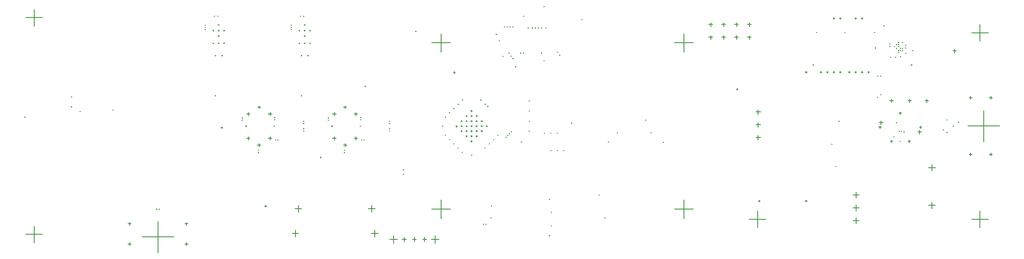
<source format=gbr>
%TF.GenerationSoftware,Altium Limited,Altium Designer,22.4.2 (48)*%
G04 Layer_Color=128*
%FSLAX26Y26*%
%MOIN*%
%TF.SameCoordinates,8C98EB32-1E12-42CD-A60B-9DA89663A72C*%
%TF.FilePolarity,Positive*%
%TF.FileFunction,Drillmap*%
%TF.Part,Single*%
G01*
G75*
%TA.AperFunction,NonConductor*%
%ADD228C,0.005000*%
D228*
X8874016Y2412992D02*
X8921260D01*
X8897638Y2389370D02*
Y2436614D01*
X8874016Y2312992D02*
X8921260D01*
X8897638Y2289370D02*
Y2336614D01*
X8874016Y2212992D02*
X8921260D01*
X8897638Y2189370D02*
Y2236614D01*
X9935039Y2731496D02*
X9958661D01*
X9946850Y2719685D02*
Y2743307D01*
X9935039Y3174016D02*
X9958661D01*
X9946850Y3162205D02*
Y3185827D01*
X9777559Y2731496D02*
X9801181D01*
X9789370Y2719685D02*
Y2743307D01*
X9777559Y3174016D02*
X9801181D01*
X9789370Y3162205D02*
Y3185827D01*
X9769685Y2952756D02*
X10013780D01*
X9891732Y2830709D02*
Y3074803D01*
X9377362Y2906299D02*
X9406890D01*
X9392126Y2891535D02*
Y2921063D01*
X9077362Y2979528D02*
X9106890D01*
X9092126Y2964764D02*
Y2994291D01*
X9163386Y2832677D02*
X9183071D01*
X9173228Y2822835D02*
Y2842520D01*
X9301181Y2832677D02*
X9320866D01*
X9311024Y2822835D02*
Y2842520D01*
X9232283Y3053150D02*
X9251969D01*
X9242126Y3043307D02*
Y3062992D01*
X9074409Y2942913D02*
X9094094D01*
X9084252Y2933071D02*
Y2952756D01*
X9390157Y2942913D02*
X9409843D01*
X9400000Y2933071D02*
Y2952756D01*
X4822835Y3047244D02*
X4850394D01*
X4836614Y3033465D02*
Y3061024D01*
X4822835Y2858268D02*
X4850394D01*
X4836614Y2844488D02*
Y2872047D01*
X4992126Y2858268D02*
X5019685D01*
X5005905Y2844488D02*
Y2872047D01*
X4992126Y3047244D02*
X5019685D01*
X5005905Y3033465D02*
Y3061024D01*
X4909842Y3100394D02*
X4932677D01*
X4921260Y3088976D02*
Y3111811D01*
X4908268Y2805118D02*
X4934252D01*
X4921260Y2792126D02*
Y2818110D01*
X8118110Y2862599D02*
X8153543D01*
X8135827Y2844882D02*
Y2880315D01*
X8118110Y2962599D02*
X8153543D01*
X8135827Y2944882D02*
Y2980315D01*
X8118110Y3062599D02*
X8153543D01*
X8135827Y3044882D02*
Y3080315D01*
X9462599Y2627953D02*
X9513780D01*
X9488189Y2602362D02*
Y2653543D01*
X9462599Y2332677D02*
X9513780D01*
X9488189Y2307087D02*
Y2358268D01*
X5523622Y2066929D02*
X5555118D01*
X5539370Y2051181D02*
Y2082677D01*
X5444882Y2066929D02*
X5476378D01*
X5460630Y2051181D02*
Y2082677D01*
X5366142Y2066929D02*
X5397638D01*
X5381890Y2051181D02*
Y2082677D01*
X5269685Y2066929D02*
X5328740D01*
X5299213Y2037402D02*
Y2096457D01*
X5592520Y2066929D02*
X5651575D01*
X5622047Y2037402D02*
Y2096457D01*
X9797244Y3681102D02*
X9927165D01*
X9862205Y3616142D02*
Y3746063D01*
X4507874Y2114173D02*
X4559055D01*
X4533465Y2088583D02*
Y2139764D01*
X4531496Y2307087D02*
X4582677D01*
X4557087Y2281496D02*
Y2332677D01*
X5125984Y2114173D02*
X5177165D01*
X5151575Y2088583D02*
Y2139764D01*
X5102362Y2307087D02*
X5153543D01*
X5127953Y2281496D02*
Y2332677D01*
X5596457Y3602362D02*
X5742126D01*
X5669291Y3529528D02*
Y3675197D01*
X8052717Y3646850D02*
X8082717D01*
X8067717Y3631850D02*
Y3661850D01*
X8052717Y3746850D02*
X8082717D01*
X8067717Y3731850D02*
Y3761850D01*
X3231496Y2031496D02*
X3255118D01*
X3243307Y2019685D02*
Y2043307D01*
X3674016Y2031496D02*
X3697638D01*
X3685827Y2019685D02*
Y2043307D01*
X3231496Y2188976D02*
X3255118D01*
X3243307Y2177165D02*
Y2200787D01*
X3674016Y2188976D02*
X3697638D01*
X3685827Y2177165D02*
Y2200787D01*
X3342520Y2086614D02*
X3586614D01*
X3464567Y1964567D02*
Y2208661D01*
X7486221Y2303150D02*
X7631890D01*
X7559055Y2230315D02*
Y2375984D01*
X7486221Y3602362D02*
X7631890D01*
X7559055Y3529528D02*
Y3675197D01*
X5596457Y2303150D02*
X5742126D01*
X5669291Y2230315D02*
Y2375984D01*
X8064961Y2224409D02*
X8194882D01*
X8129921Y2159449D02*
Y2289370D01*
X2435039Y2106299D02*
X2564961D01*
X2500000Y2041339D02*
Y2171260D01*
X2435039Y3799213D02*
X2564961D01*
X2500000Y3734252D02*
Y3864173D01*
X9797244Y2224409D02*
X9927165D01*
X9862205Y2159449D02*
Y2289370D01*
X4153543Y3047244D02*
X4181102D01*
X4167323Y3033465D02*
Y3061024D01*
X4153543Y2858268D02*
X4181102D01*
X4167323Y2844488D02*
Y2872047D01*
X4322835Y2858268D02*
X4350394D01*
X4336614Y2844488D02*
Y2872047D01*
X4322835Y3047244D02*
X4350394D01*
X4336614Y3033465D02*
Y3061024D01*
X4240551Y3100394D02*
X4263386D01*
X4251968Y3088976D02*
Y3111811D01*
X4238976Y2805118D02*
X4264961D01*
X4251968Y2792126D02*
Y2818110D01*
X7752717Y3746850D02*
X7782717D01*
X7767717Y3731850D02*
Y3761850D01*
X7752717Y3646850D02*
X7782717D01*
X7767717Y3631850D02*
Y3661850D01*
X7852717Y3646850D02*
X7882717D01*
X7867717Y3631850D02*
Y3661850D01*
X7852717Y3746850D02*
X7882717D01*
X7867717Y3731850D02*
Y3761850D01*
X7952717Y3646850D02*
X7982717D01*
X7967717Y3631850D02*
Y3661850D01*
X7952717Y3746850D02*
X7982717D01*
X7967717Y3731850D02*
Y3761850D01*
X4560039Y3600000D02*
X4567913D01*
X4563976Y3596063D02*
Y3603937D01*
X4644685Y3600000D02*
X4652559D01*
X4648622Y3596063D02*
Y3603937D01*
X4602362Y3600000D02*
X4610236D01*
X4606299Y3596063D02*
Y3603937D01*
X4560039Y3699409D02*
X4567913D01*
X4563976Y3695472D02*
Y3703346D01*
X4644685Y3699409D02*
X4652559D01*
X4648622Y3695472D02*
Y3703346D01*
X4602362Y3655709D02*
X4610236D01*
X4606299Y3651772D02*
Y3659646D01*
X4602362Y3743110D02*
X4610236D01*
X4606299Y3739173D02*
Y3747047D01*
X4602362Y3699409D02*
X4610236D01*
X4606299Y3695472D02*
Y3703346D01*
X3890748Y3600000D02*
X3898622D01*
X3894685Y3596063D02*
Y3603937D01*
X3975394Y3600000D02*
X3983268D01*
X3979331Y3596063D02*
Y3603937D01*
X3933071Y3600000D02*
X3940945D01*
X3937008Y3596063D02*
Y3603937D01*
X3890748Y3699409D02*
X3898622D01*
X3894685Y3695472D02*
Y3703346D01*
X3975394Y3699409D02*
X3983268D01*
X3979331Y3695472D02*
Y3703346D01*
X3933071Y3655709D02*
X3940945D01*
X3937008Y3651772D02*
Y3659646D01*
X3933071Y3743110D02*
X3940945D01*
X3937008Y3739173D02*
Y3747047D01*
X3933071Y3699409D02*
X3940945D01*
X3937008Y3695472D02*
Y3703346D01*
X8737205Y2638780D02*
X8741142D01*
X8739173Y2636811D02*
Y2640748D01*
X9226378Y3606299D02*
X9230315D01*
X9228346Y3604331D02*
Y3608268D01*
X9210630Y3559055D02*
X9214567D01*
X9212598Y3557087D02*
Y3561024D01*
X8762795Y2990157D02*
X8766732D01*
X8764764Y2988189D02*
Y2992126D01*
X9226378Y3590551D02*
X9230315D01*
X9228346Y3588583D02*
Y3592520D01*
X8707677Y2811024D02*
X8711614D01*
X8709646Y2809055D02*
Y2812992D01*
X3927165Y3811024D02*
X3931102D01*
X3929134Y3809055D02*
Y3812992D01*
X3902559Y3811024D02*
X3906496D01*
X3904528Y3809055D02*
Y3812992D01*
X4571850Y3811024D02*
X4575787D01*
X4573819Y3809055D02*
Y3812992D01*
X4596457Y3811024D02*
X4600394D01*
X4598425Y3809055D02*
Y3812992D01*
X4500000Y3706693D02*
X4503937D01*
X4501968Y3704724D02*
Y3708661D01*
X3830709Y3742126D02*
X3834646D01*
X3832677Y3740157D02*
Y3744095D01*
X3830709Y3724409D02*
X3834646D01*
X3832677Y3722441D02*
Y3726378D01*
X3830709Y3706693D02*
X3834646D01*
X3832677Y3704724D02*
Y3708661D01*
X4500000Y3724409D02*
X4503937D01*
X4501968Y3722441D02*
Y3726378D01*
X4500000Y3742126D02*
X4503937D01*
X4501968Y3740157D02*
Y3744095D01*
X5074803Y3263780D02*
X5082677D01*
X5078740Y3259843D02*
Y3267716D01*
X3959646Y3502953D02*
X3967520D01*
X3963583Y3499016D02*
Y3506890D01*
X4628937Y3502953D02*
X4636811D01*
X4632874Y3499016D02*
Y3506890D01*
X3907480Y3189961D02*
X3915354D01*
X3911417Y3186024D02*
Y3193898D01*
X3907480Y3502953D02*
X3915354D01*
X3911417Y3499016D02*
Y3506890D01*
X4576772Y3502953D02*
X4584646D01*
X4580709Y3499016D02*
Y3506890D01*
X4576772Y3189961D02*
X4584646D01*
X4580709Y3186024D02*
Y3193898D01*
X4146485Y2952756D02*
X4154359D01*
X4150422Y2948819D02*
Y2956693D01*
X4815776Y2952756D02*
X4823650D01*
X4819713Y2948819D02*
Y2956693D01*
X4368110Y2952756D02*
X4372047D01*
X4370079Y2950787D02*
Y2954724D01*
X5037402Y2952756D02*
X5041339D01*
X5039370Y2950787D02*
Y2954724D01*
X5040354Y3002953D02*
X5044291D01*
X5042322Y3000984D02*
Y3004921D01*
X5040354Y3020669D02*
X5044291D01*
X5042322Y3018701D02*
Y3022638D01*
X4788385Y2999410D02*
X4792322D01*
X4790353Y2997441D02*
Y3001378D01*
X4788385Y3017126D02*
X4792322D01*
X4790353Y3015158D02*
Y3019095D01*
X5047834Y2845472D02*
X5051771D01*
X5049802Y2843504D02*
Y2847441D01*
X5065551Y2845472D02*
X5069488D01*
X5067519Y2843504D02*
Y2847441D01*
X4913385Y2747441D02*
X4917322D01*
X4915353Y2745472D02*
Y2749409D01*
X4913385Y2765157D02*
X4917322D01*
X4915353Y2763189D02*
Y2767126D01*
X4244095Y2765157D02*
X4248032D01*
X4246063Y2763189D02*
Y2767126D01*
X4244095Y2747441D02*
X4248032D01*
X4246063Y2745472D02*
Y2749409D01*
X4396260Y2845472D02*
X4400197D01*
X4398229Y2843504D02*
Y2847441D01*
X4378543Y2845472D02*
X4382480D01*
X4380512Y2843504D02*
Y2847441D01*
X4119095Y3017126D02*
X4123032D01*
X4121063Y3015158D02*
Y3019095D01*
X4119095Y2999410D02*
X4123032D01*
X4121063Y2997441D02*
Y3001378D01*
X4371063Y3020669D02*
X4375000D01*
X4373032Y3018701D02*
Y3022638D01*
X4371063Y3002953D02*
X4375000D01*
X4373032Y3000984D02*
Y3004921D01*
X5265307Y2973258D02*
X5269244D01*
X5267275Y2971290D02*
Y2975227D01*
X5265307Y2991308D02*
X5269244D01*
X5267275Y2989340D02*
Y2993277D01*
X5265307Y2914203D02*
X5269244D01*
X5267275Y2912235D02*
Y2916172D01*
X5265307Y2932253D02*
X5269244D01*
X5267275Y2930285D02*
Y2934222D01*
X4596016Y2932253D02*
X4599953D01*
X4597984Y2930285D02*
Y2934222D01*
X4596016Y2914203D02*
X4599953D01*
X4597984Y2912235D02*
Y2916172D01*
X4596016Y2991308D02*
X4599953D01*
X4597984Y2989340D02*
Y2993277D01*
X4596016Y2973258D02*
X4599953D01*
X4597984Y2971290D02*
Y2975227D01*
X6509842Y2380905D02*
X6513779D01*
X6511811Y2378937D02*
Y2382874D01*
X8718898Y3793307D02*
X8732677D01*
X8725787Y3786417D02*
Y3800197D01*
X8502953Y2368110D02*
X8516732D01*
X8509843Y2361220D02*
Y2375000D01*
X9604331Y3001968D02*
X9608268D01*
X9606299Y3000000D02*
Y3003937D01*
X9692913Y2982284D02*
X9696850D01*
X9694882Y2980315D02*
Y2984252D01*
X9604331Y2903543D02*
X9608268D01*
X9606299Y2901575D02*
Y2905512D01*
X9575788Y2923228D02*
X9579725D01*
X9577756Y2921260D02*
Y2925197D01*
X5903543Y2726378D02*
X5907480D01*
X5905512Y2724410D02*
Y2728347D01*
X5677165Y2952756D02*
X5681102D01*
X5679134Y2950787D02*
Y2954724D01*
X5832445Y2748263D02*
X5836382D01*
X5834414Y2746295D02*
Y2750232D01*
X9210630Y3590551D02*
X9214567D01*
X9212598Y3588583D02*
Y3592520D01*
X9257874Y3606299D02*
X9261811D01*
X9259843Y3604331D02*
Y3608268D01*
X9226378Y3574803D02*
X9230315D01*
X9228346Y3572835D02*
Y3576772D01*
X9159449Y3574803D02*
X9163386D01*
X9161417Y3572835D02*
Y3576772D01*
X6572835Y3531201D02*
X6576772D01*
X6574803Y3529232D02*
Y3533169D01*
X6588583Y3506890D02*
X6592520D01*
X6590551Y3504921D02*
Y3508858D01*
X6482283Y3719488D02*
X6486221D01*
X6484252Y3717520D02*
Y3721457D01*
X8588583Y3685039D02*
X8592520D01*
X8590551Y3683071D02*
Y3687008D01*
X8809055Y3685039D02*
X8812992D01*
X8811024Y3683071D02*
Y3687008D01*
X9039370Y3685039D02*
X9043307D01*
X9041339Y3683071D02*
Y3687008D01*
X9111220Y3737205D02*
X9115157D01*
X9113189Y3735236D02*
Y3739173D01*
X6682087Y2977362D02*
X6686024D01*
X6684055Y2975394D02*
Y2979331D01*
X6159449Y3728347D02*
X6163386D01*
X6161417Y3726378D02*
Y3730315D01*
X7301181Y2901575D02*
X7305118D01*
X7303150Y2899606D02*
Y2903543D01*
X7395669Y2826772D02*
X7399606D01*
X7397638Y2824803D02*
Y2828740D01*
X6029528Y3106299D02*
X6033465D01*
X6031496Y3104331D02*
Y3108268D01*
X6968032Y2830000D02*
X6971968D01*
X6970000Y2828032D02*
Y2831968D01*
X7258032Y3000000D02*
X7261968D01*
X7260000Y2998032D02*
Y3001968D01*
X7038032Y2900000D02*
X7041968D01*
X7040000Y2898032D02*
Y2901968D01*
X6620079Y2760827D02*
X6624016D01*
X6622047Y2758858D02*
Y2762795D01*
X6570079Y2760827D02*
X6574016D01*
X6572047Y2758858D02*
Y2762795D01*
X6520472Y2760827D02*
X6524409D01*
X6522441Y2758858D02*
Y2762795D01*
X6570079Y2898622D02*
X6574016D01*
X6572047Y2896654D02*
Y2900591D01*
X6520472Y2898622D02*
X6524409D01*
X6522441Y2896654D02*
Y2900591D01*
X6470472Y2898622D02*
X6474409D01*
X6472441Y2896653D02*
Y2900590D01*
X6171260Y2866142D02*
X6175197D01*
X6173228Y2864173D02*
Y2868110D01*
X6198819Y2893701D02*
X6202756D01*
X6200787Y2891732D02*
Y2895669D01*
X6212598Y2907480D02*
X6216535D01*
X6214567Y2905512D02*
Y2909449D01*
X6185039Y2879921D02*
X6188976D01*
X6187008Y2877953D02*
Y2881890D01*
X9336614Y3543307D02*
X9340551D01*
X9338583Y3541339D02*
Y3545276D01*
X9088583Y3197835D02*
X9092520D01*
X9090551Y3195866D02*
Y3199803D01*
X9063976Y3178150D02*
X9067913D01*
X9065945Y3176181D02*
Y3180118D01*
X9652559Y2952756D02*
X9656496D01*
X9654528Y2950787D02*
Y2954724D01*
X9240157Y2834646D02*
X9244094D01*
X9242126Y2832677D02*
Y2836614D01*
X6895669Y2414370D02*
X6899606D01*
X6897638Y2412402D02*
Y2416339D01*
X5372047Y2610236D02*
X5375984D01*
X5374016Y2608268D02*
Y2612205D01*
X5372047Y2574803D02*
X5375984D01*
X5374016Y2572835D02*
Y2576772D01*
X6525591Y2175197D02*
X6529528D01*
X6527559Y2173228D02*
Y2177165D01*
X6525591Y2279528D02*
X6529528D01*
X6527559Y2277559D02*
Y2281496D01*
X9282480Y3562992D02*
X9286417D01*
X9284449Y3561024D02*
Y3564961D01*
X9282480Y3586614D02*
X9286417D01*
X9284449Y3584646D02*
Y3588583D01*
X9257874Y3559055D02*
X9261811D01*
X9259843Y3557087D02*
Y3561024D01*
X8939370Y3793307D02*
X8953149D01*
X8946260Y3786417D02*
Y3800197D01*
X8889370Y3793307D02*
X8903149D01*
X8896260Y3786417D02*
Y3800197D01*
X8768898Y3793307D02*
X8782677D01*
X8775787Y3786417D02*
Y3800197D01*
X8988583Y3375000D02*
X9002362D01*
X8995472Y3368110D02*
Y3381890D01*
X8938583Y3375000D02*
X8952362D01*
X8945472Y3368110D02*
Y3381890D01*
X8888583Y3375000D02*
X8902362D01*
X8895472Y3368110D02*
Y3381890D01*
X8838583Y3375000D02*
X8852362D01*
X8845472Y3368110D02*
Y3381890D01*
X8502953Y3375000D02*
X8516732D01*
X8509843Y3368110D02*
Y3381890D01*
X8618110Y3375000D02*
X8631890D01*
X8625000Y3368110D02*
Y3381890D01*
X8668110Y3375000D02*
X8681890D01*
X8675000Y3368110D02*
Y3381890D01*
X8768110Y3375000D02*
X8781890D01*
X8775000Y3368110D02*
Y3381890D01*
X8718110Y3375000D02*
X8731890D01*
X8725000Y3368110D02*
Y3381890D01*
X8560039Y3431102D02*
X8567913D01*
X8563976Y3427165D02*
Y3435039D01*
X9325787Y3431102D02*
X9333661D01*
X9329724Y3427165D02*
Y3435039D01*
X6351378Y3149606D02*
X6355315D01*
X6353346Y3147638D02*
Y3151575D01*
X6351378Y3070866D02*
X6355315D01*
X6353346Y3068898D02*
Y3072835D01*
X6351378Y2992126D02*
X6355315D01*
X6353346Y2990157D02*
Y2994095D01*
X6351378Y2913386D02*
X6355315D01*
X6353346Y2911417D02*
Y2915354D01*
X6292323Y2829724D02*
X6296260D01*
X6294291Y2827756D02*
Y2831693D01*
X6939961Y2236220D02*
X6943898D01*
X6941929Y2234252D02*
Y2238189D01*
X3953740Y2941929D02*
X3967520D01*
X3960630Y2935039D02*
Y2948819D01*
X8138780Y2367126D02*
X8152559D01*
X8145669Y2360236D02*
Y2374016D01*
X9190945Y2868110D02*
X9194882D01*
X9192913Y2866142D02*
Y2870079D01*
X5763780Y3372047D02*
X5777559D01*
X5770669Y3365157D02*
Y3378937D01*
X2856299Y3067913D02*
X2860236D01*
X2858268Y3065945D02*
Y3069882D01*
X6118110Y3622047D02*
X6122047D01*
X6120079Y3620079D02*
Y3624016D01*
X2789370Y3181102D02*
X2793307D01*
X2791339Y3179134D02*
Y3183071D01*
X2789370Y3102362D02*
X2793307D01*
X2791339Y3100394D02*
Y3104331D01*
X6147638Y3498032D02*
X6151575D01*
X6149606Y3496063D02*
Y3500000D01*
X6761811Y3784449D02*
X6765748D01*
X6763779Y3782480D02*
Y3786417D01*
X2427165Y3023622D02*
X2431102D01*
X2429134Y3021654D02*
Y3025591D01*
X9226378Y3527559D02*
X9230315D01*
X9228346Y3525591D02*
Y3529528D01*
X9043307Y3562992D02*
X9051181D01*
X9047244Y3559055D02*
Y3566929D01*
X6246063Y3417323D02*
X6250000D01*
X6248032Y3415354D02*
Y3419291D01*
X9159228Y3149606D02*
X9187228D01*
X9173228Y3135606D02*
Y3163606D01*
X9088583Y3342520D02*
X9092520D01*
X9090551Y3340551D02*
Y3344488D01*
X9210630Y2979331D02*
X9214567D01*
X9212599Y2977362D02*
Y2981299D01*
X9064961Y3342520D02*
X9068898D01*
X9066929Y3340551D02*
Y3344488D01*
X9269685Y2906496D02*
X9273622D01*
X9271654Y2904528D02*
Y2908465D01*
X9651354Y3539370D02*
X9679354D01*
X9665354Y3525370D02*
Y3553370D01*
X7966535Y3240157D02*
X7978346D01*
X7972441Y3234252D02*
Y3246063D01*
X4296260Y2325787D02*
X4310039D01*
X4303150Y2318898D02*
Y2332677D01*
X6446850Y3523622D02*
X6450787D01*
X6448819Y3521654D02*
Y3525591D01*
X3112205Y3078740D02*
X3116142D01*
X3114173Y3076772D02*
Y3080709D01*
X6344488Y3720472D02*
X6348425D01*
X6346457Y3718504D02*
Y3722441D01*
X6446850Y3720472D02*
X6450787D01*
X6448819Y3718504D02*
Y3722441D01*
X6423228Y3720472D02*
X6427165D01*
X6425197Y3718504D02*
Y3722441D01*
X6399606Y3720472D02*
X6403543D01*
X6401575Y3718504D02*
Y3722441D01*
X6375984Y3720472D02*
X6379921D01*
X6377953Y3718504D02*
Y3722441D01*
X6466535Y3885827D02*
X6470472D01*
X6468504Y3883858D02*
Y3887795D01*
X6466535Y3464567D02*
X6470472D01*
X6468504Y3462598D02*
Y3466535D01*
X6180427Y3728347D02*
X6184364D01*
X6182395Y3726378D02*
Y3730315D01*
X6194882Y3523622D02*
X6198819D01*
X6196850Y3521653D02*
Y3525590D01*
X6202756Y3728347D02*
X6206693D01*
X6204724Y3726378D02*
Y3730315D01*
X6226378Y3728347D02*
X6230315D01*
X6228346Y3726378D02*
Y3730315D01*
X6210630Y3500000D02*
X6214567D01*
X6212598Y3498032D02*
Y3501968D01*
X6226378Y3480315D02*
X6230315D01*
X6228346Y3478347D02*
Y3482284D01*
X5860236Y2874016D02*
X5872047D01*
X5866142Y2868110D02*
Y2879921D01*
X5820866Y2913386D02*
X5832677D01*
X5826772Y2907480D02*
Y2919291D01*
X5860236Y2913386D02*
X5872047D01*
X5866142Y2907480D02*
Y2919291D01*
X5820866Y2992126D02*
X5832677D01*
X5826772Y2986220D02*
Y2998032D01*
X5860236Y3031496D02*
X5872047D01*
X5866142Y3025591D02*
Y3037402D01*
X5860236Y2992126D02*
X5872047D01*
X5866142Y2986220D02*
Y2998032D01*
X5978346Y2992126D02*
X5990158D01*
X5984252Y2986220D02*
Y2998032D01*
X5938976Y3031496D02*
X5950787D01*
X5944882Y3025591D02*
Y3037402D01*
X5938976Y2992126D02*
X5950787D01*
X5944882Y2986220D02*
Y2998032D01*
X5978346Y2913386D02*
X5990158D01*
X5984252Y2907480D02*
Y2919291D01*
X5938976Y2874016D02*
X5950787D01*
X5944882Y2868110D02*
Y2879921D01*
X5938976Y2913386D02*
X5950787D01*
X5944882Y2907480D02*
Y2919291D01*
X6017717Y2952756D02*
X6029528D01*
X6023622Y2946850D02*
Y2958661D01*
X5899606Y2834646D02*
X5911417D01*
X5905512Y2828740D02*
Y2840551D01*
X5782904Y2951348D02*
X5794715D01*
X5788810Y2945442D02*
Y2957253D01*
X5899606Y3070866D02*
X5911417D01*
X5905512Y3064961D02*
Y3076772D01*
X5978346Y2952756D02*
X5990158D01*
X5984252Y2946850D02*
Y2958661D01*
X5899606Y2874016D02*
X5911417D01*
X5905512Y2868110D02*
Y2879921D01*
X5820866Y2952756D02*
X5832677D01*
X5826772Y2946850D02*
Y2958661D01*
X5899606Y3031496D02*
X5911417D01*
X5905512Y3025591D02*
Y3037402D01*
X5938976Y2952756D02*
X5950787D01*
X5944882Y2946850D02*
Y2958661D01*
X5899606Y2913386D02*
X5911417D01*
X5905512Y2907480D02*
Y2919291D01*
X5861204Y2951788D02*
X5873015D01*
X5867109Y2945883D02*
Y2957694D01*
X5899606Y2992126D02*
X5911417D01*
X5905512Y2986220D02*
Y2998032D01*
X5899606Y2952756D02*
X5911417D01*
X5905512Y2946850D02*
Y2958661D01*
X6096457Y3669291D02*
X6100394D01*
X6098425Y3667323D02*
Y3671260D01*
X5468504Y3692913D02*
X5476378D01*
X5472441Y3688976D02*
Y3696850D01*
X4728346Y2708661D02*
X4736221D01*
X4732283Y2704724D02*
Y2712598D01*
X6015650Y2186024D02*
X6019587D01*
X6017618Y2184055D02*
Y2187992D01*
X5996949Y2186024D02*
X6000886D01*
X5998917Y2184055D02*
Y2187992D01*
X3471850Y2304134D02*
X3475787D01*
X3473819Y2302166D02*
Y2306102D01*
X3453149Y2304134D02*
X3457086D01*
X3455118Y2302166D02*
Y2306102D01*
X6007816Y2781438D02*
X6011753D01*
X6009785Y2779470D02*
Y2783407D01*
X5732225Y2848483D02*
X5736163D01*
X5734194Y2846515D02*
Y2850452D01*
X5974641Y3157249D02*
X5978578D01*
X5976610Y3155280D02*
Y3159217D01*
X6008048Y3123842D02*
X6011985D01*
X6010016Y3121873D02*
Y3125810D01*
X6108036Y2881658D02*
X6111973D01*
X6110004Y2879689D02*
Y2883626D01*
X6074629Y2848251D02*
X6078566D01*
X6076598Y2846283D02*
Y2850220D01*
X6041223Y2814845D02*
X6045160D01*
X6043191Y2812876D02*
Y2816813D01*
X5799039Y2781670D02*
X5802976D01*
X5801007Y2779701D02*
Y2783638D01*
X5765632Y2815077D02*
X5769569D01*
X5767601Y2813108D02*
Y2817045D01*
X5698819Y2881890D02*
X5702756D01*
X5700787Y2879921D02*
Y2883858D01*
X5699051Y3023854D02*
X5702988D01*
X5701019Y3021885D02*
Y3025822D01*
X5732457Y3057260D02*
X5736394D01*
X5734426Y3055292D02*
Y3059229D01*
X5765864Y3090667D02*
X5769801D01*
X5767832Y3088699D02*
Y3092636D01*
X5799270Y3124074D02*
X5803208D01*
X5801239Y3122105D02*
Y3126042D01*
X5832677Y3157480D02*
X5836614D01*
X5834646Y3155512D02*
Y3159449D01*
X6308514Y3523622D02*
X6312451D01*
X6310482Y3521653D02*
Y3525590D01*
X6285433Y3523622D02*
X6289370D01*
X6287402Y3521653D02*
Y3525590D01*
X6309055Y3811024D02*
X6312992D01*
X6311024Y3809055D02*
Y3812992D01*
X6509842Y2096004D02*
X6513779D01*
X6511811Y2094035D02*
Y2097972D01*
X6059055Y2329724D02*
X6062992D01*
X6061024Y2327756D02*
Y2331693D01*
X6055118Y2236220D02*
X6059055D01*
X6057087Y2234252D02*
Y2238189D01*
X9257874Y3543307D02*
X9261811D01*
X9259843Y3541339D02*
Y3545276D01*
X9283742Y3521930D02*
X9287678D01*
X9285710Y3519962D02*
Y3523899D01*
X9242126Y3559055D02*
X9246063D01*
X9244094Y3557087D02*
Y3561024D01*
X9242126Y3496063D02*
X9246063D01*
X9244094Y3494095D02*
Y3498032D01*
X9226378Y3543307D02*
X9230315D01*
X9228346Y3541339D02*
Y3545276D01*
X9163386Y3492126D02*
X9167323D01*
X9165354Y3490157D02*
Y3494095D01*
X9202756Y3492126D02*
X9206693D01*
X9204724Y3490157D02*
Y3494095D01*
X9242126Y3543307D02*
X9246063D01*
X9244094Y3541339D02*
Y3545276D01*
X9159449Y3594488D02*
X9163386D01*
X9161417Y3592520D02*
Y3596457D01*
X9194882Y3574803D02*
X9198819D01*
X9196850Y3572835D02*
Y3576772D01*
X9249114Y2912204D02*
X9253051D01*
X9251083Y2910236D02*
Y2914173D01*
X9231398Y2912204D02*
X9235335D01*
X9233366Y2910236D02*
Y2914173D01*
X9300961Y3149606D02*
X9328961D01*
X9314961Y3135606D02*
Y3163606D01*
X9434819Y3149606D02*
X9462819D01*
X9448819Y3135606D02*
Y3163606D01*
%TF.MD5,9b5beefad796ba9caee74b4c04b21c50*%
M02*

</source>
